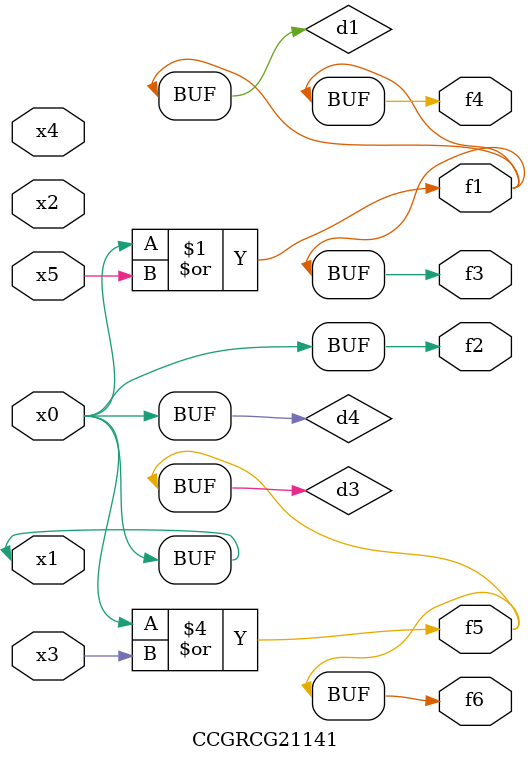
<source format=v>
module CCGRCG21141(
	input x0, x1, x2, x3, x4, x5,
	output f1, f2, f3, f4, f5, f6
);

	wire d1, d2, d3, d4;

	or (d1, x0, x5);
	xnor (d2, x1, x4);
	or (d3, x0, x3);
	buf (d4, x0, x1);
	assign f1 = d1;
	assign f2 = d4;
	assign f3 = d1;
	assign f4 = d1;
	assign f5 = d3;
	assign f6 = d3;
endmodule

</source>
